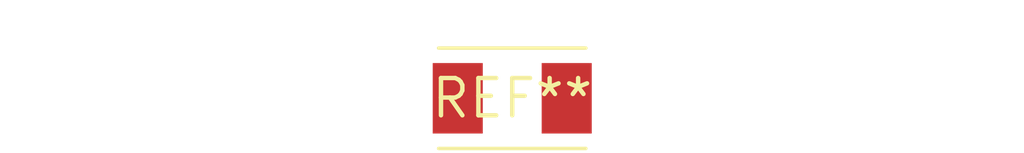
<source format=kicad_pcb>
(kicad_pcb (version 20240108) (generator pcbnew)
  (layers (0 "F.Cu" signal) (31 "B.Cu" signal) (34 "B.Paste" user) (35 "F.Paste" user) (36 "B.SilkS" user "B.Silkscreen") (37 "F.SilkS" user "F.Silkscreen") (38 "B.Mask" user) (39 "F.Mask" user) (44 "Edge.Cuts" user))
  (net 0 "")
  (footprint "Crystal_SMD_TXC_7A-2Pin_5x3.2mm" (layer "F.Cu") (at 0 0)
    (property "Reference" "REF**")
    (property "Value" "Crystal_SMD_TXC_7A-2Pin_5x3.2mm")
    (fp_line (start -2.5 -1.71) (end 2.5 -1.71) (layer "F.SilkS") (stroke (width 0.12)))
    (fp_line (start -2.5 1.71) (end 2.5 1.71) (layer "F.SilkS") (stroke (width 0.12)))
    (pad "1" smd rect (at -1.85 0) (size 1.7 2.4) (layers "F.Cu" "F.Paste" "F.Mask"))
    (pad "2" smd rect (at 1.85 0) (size 1.7 2.4) (layers "F.Cu" "F.Paste" "F.Mask"))
  )
)
</source>
